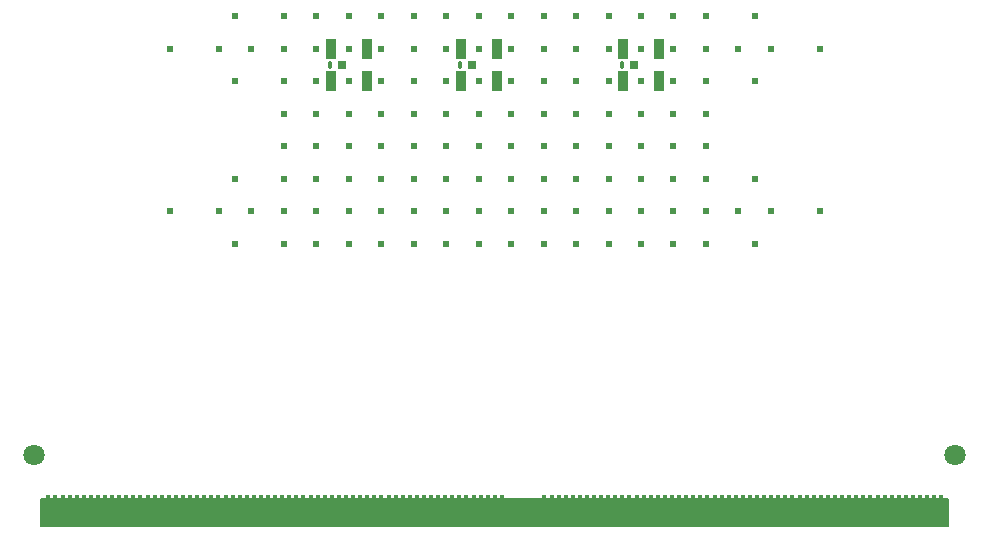
<source format=gbr>
G04 #@! TF.GenerationSoftware,KiCad,Pcbnew,6.0.11-2627ca5db0~126~ubuntu22.04.1*
G04 #@! TF.CreationDate,2023-05-08T08:47:40+02:00*
G04 #@! TF.ProjectId,DIMMCartridge_heaters,44494d4d-4361-4727-9472-696467655f68,rev?*
G04 #@! TF.SameCoordinates,Original*
G04 #@! TF.FileFunction,Soldermask,Bot*
G04 #@! TF.FilePolarity,Negative*
%FSLAX46Y46*%
G04 Gerber Fmt 4.6, Leading zero omitted, Abs format (unit mm)*
G04 Created by KiCad (PCBNEW 6.0.11-2627ca5db0~126~ubuntu22.04.1) date 2023-05-08 08:47:40*
%MOMM*%
%LPD*%
G01*
G04 APERTURE LIST*
G04 Aperture macros list*
%AMRoundRect*
0 Rectangle with rounded corners*
0 $1 Rounding radius*
0 $2 $3 $4 $5 $6 $7 $8 $9 X,Y pos of 4 corners*
0 Add a 4 corners polygon primitive as box body*
4,1,4,$2,$3,$4,$5,$6,$7,$8,$9,$2,$3,0*
0 Add four circle primitives for the rounded corners*
1,1,$1+$1,$2,$3*
1,1,$1+$1,$4,$5*
1,1,$1+$1,$6,$7*
1,1,$1+$1,$8,$9*
0 Add four rect primitives between the rounded corners*
20,1,$1+$1,$2,$3,$4,$5,0*
20,1,$1+$1,$4,$5,$6,$7,0*
20,1,$1+$1,$6,$7,$8,$9,0*
20,1,$1+$1,$8,$9,$2,$3,0*%
G04 Aperture macros list end*
%ADD10C,0.150000*%
%ADD11RoundRect,0.040000X-0.360000X-0.835000X0.360000X-0.835000X0.360000X0.835000X-0.360000X0.835000X0*%
%ADD12RoundRect,0.040000X0.360000X0.835000X-0.360000X0.835000X-0.360000X-0.835000X0.360000X-0.835000X0*%
%ADD13C,0.604800*%
%ADD14C,1.800000*%
%ADD15R,0.400000X2.300000*%
%ADD16RoundRect,0.030000X0.120000X0.290000X-0.120000X0.290000X-0.120000X-0.290000X0.120000X-0.290000X0*%
%ADD17RoundRect,0.064000X0.286000X0.256000X-0.286000X0.256000X-0.286000X-0.256000X0.286000X-0.256000X0*%
G04 APERTURE END LIST*
G36*
X138400000Y-133040000D02*
G01*
X61600000Y-133040000D01*
X61600000Y-130740000D01*
X138400000Y-130740000D01*
X138400000Y-133040000D01*
G37*
D10*
X138400000Y-133040000D02*
X61600000Y-133040000D01*
X61600000Y-130740000D01*
X138400000Y-130740000D01*
X138400000Y-133040000D01*
D11*
X86095000Y-92625000D03*
X89155000Y-92625000D03*
X86095000Y-95375000D03*
X89155000Y-95375000D03*
D12*
X100155000Y-92625000D03*
X97095000Y-92625000D03*
X100155000Y-95375000D03*
X97095000Y-95375000D03*
X113905000Y-92625000D03*
X110845000Y-92625000D03*
X113905000Y-95375000D03*
X110845000Y-95375000D03*
D13*
X82125000Y-106375000D03*
X117875000Y-89875000D03*
X82125000Y-109125000D03*
X76625000Y-92625000D03*
X76625000Y-106375000D03*
X123375000Y-92625000D03*
X123375000Y-106375000D03*
X82125000Y-95375000D03*
X82125000Y-98125000D03*
X82125000Y-100875000D03*
X82125000Y-103625000D03*
X117875000Y-95375000D03*
X117875000Y-98125000D03*
X117875000Y-100875000D03*
X117875000Y-103625000D03*
X104125000Y-89875000D03*
X104125000Y-109125000D03*
X106875000Y-89875000D03*
X106875000Y-109125000D03*
X109625000Y-89875000D03*
X109625000Y-109125000D03*
X112375000Y-89875000D03*
X112375000Y-109125000D03*
X115125000Y-89875000D03*
X115125000Y-109125000D03*
X84875000Y-89875000D03*
X84875000Y-109125000D03*
X87625000Y-89875000D03*
X87625000Y-109125000D03*
X90375000Y-89875000D03*
X90375000Y-109125000D03*
X93125000Y-89875000D03*
X93125000Y-109125000D03*
X95875000Y-89875000D03*
X95875000Y-109125000D03*
X98625000Y-89875000D03*
X98625000Y-109125000D03*
X101375000Y-89875000D03*
X101375000Y-109125000D03*
X82125000Y-89875000D03*
X117875000Y-109125000D03*
X72500000Y-92625000D03*
X72500000Y-106375000D03*
X127500000Y-92625000D03*
X127500000Y-106375000D03*
X104125000Y-92625000D03*
X104125000Y-95375000D03*
X104125000Y-98125000D03*
X104125000Y-100875000D03*
X104125000Y-103625000D03*
X104125000Y-106375000D03*
X106875000Y-92625000D03*
X106875000Y-95375000D03*
X106875000Y-98125000D03*
X106875000Y-100875000D03*
X106875000Y-103625000D03*
X106875000Y-106375000D03*
X109625000Y-92625000D03*
X109625000Y-95375000D03*
X109625000Y-98125000D03*
X109625000Y-100875000D03*
X109625000Y-103625000D03*
X109625000Y-106375000D03*
X112375000Y-98125000D03*
X112375000Y-100875000D03*
X112375000Y-103625000D03*
X112375000Y-106375000D03*
X115125000Y-92625000D03*
X115125000Y-95375000D03*
X115125000Y-98125000D03*
X115125000Y-100875000D03*
X115125000Y-103625000D03*
X115125000Y-106375000D03*
X117875000Y-92625000D03*
X117875000Y-106375000D03*
X82125000Y-92625000D03*
X84875000Y-92625000D03*
X84875000Y-95375000D03*
X84875000Y-98125000D03*
X84875000Y-100875000D03*
X84875000Y-103625000D03*
X84875000Y-106375000D03*
X87625000Y-98125000D03*
X87625000Y-100875000D03*
X87625000Y-103625000D03*
X87625000Y-106375000D03*
X90375000Y-92625000D03*
X90375000Y-95375000D03*
X90375000Y-98125000D03*
X90375000Y-100875000D03*
X90375000Y-103625000D03*
X90375000Y-106375000D03*
X93125000Y-92625000D03*
X93125000Y-95375000D03*
X93125000Y-98125000D03*
X93125000Y-100875000D03*
X93125000Y-103625000D03*
X93125000Y-106375000D03*
X95875000Y-92625000D03*
X95875000Y-95375000D03*
X95875000Y-98125000D03*
X95875000Y-100875000D03*
X95875000Y-103625000D03*
X95875000Y-106375000D03*
X98625000Y-98125000D03*
X98625000Y-100875000D03*
X98625000Y-103625000D03*
X98625000Y-106375000D03*
X101375000Y-92625000D03*
X101375000Y-95375000D03*
X101375000Y-98125000D03*
X101375000Y-100875000D03*
X101375000Y-103625000D03*
X101375000Y-106375000D03*
X79375000Y-92625000D03*
X78000000Y-89875000D03*
X78000000Y-95375000D03*
X78000000Y-109125000D03*
X122000000Y-103625000D03*
X78000000Y-103625000D03*
X79375000Y-106375000D03*
X120625000Y-92625000D03*
X122000000Y-89875000D03*
X122000000Y-109125000D03*
X120625000Y-106375000D03*
X122000000Y-95375000D03*
D14*
X139000000Y-127040000D03*
X61000000Y-127040000D03*
D15*
X137800000Y-131490000D03*
X137200000Y-131490000D03*
X136600000Y-131490000D03*
X136000000Y-131490000D03*
X135400000Y-131490000D03*
X134800000Y-131490000D03*
X134200000Y-131490000D03*
X133600000Y-131490000D03*
X133000000Y-131490000D03*
X132400000Y-131490000D03*
X131800000Y-131490000D03*
X131200000Y-131490000D03*
X130600000Y-131490000D03*
X130000000Y-131490000D03*
X129400000Y-131490000D03*
X128800000Y-131490000D03*
X128200000Y-131490000D03*
X127600000Y-131490000D03*
X127000000Y-131490000D03*
X126400000Y-131490000D03*
X125800000Y-131490000D03*
X125200000Y-131490000D03*
X124600000Y-131490000D03*
X124000000Y-131490000D03*
X123400000Y-131490000D03*
X122800000Y-131490000D03*
X122200000Y-131490000D03*
X121600000Y-131490000D03*
X121000000Y-131490000D03*
X120400000Y-131490000D03*
X119800000Y-131490000D03*
X119200000Y-131490000D03*
X118600000Y-131490000D03*
X118000000Y-131490000D03*
X117400000Y-131490000D03*
X116800000Y-131490000D03*
X116200000Y-131490000D03*
X115600000Y-131490000D03*
X115000000Y-131490000D03*
X114400000Y-131490000D03*
X113800000Y-131490000D03*
X113200000Y-131490000D03*
X112600000Y-131490000D03*
X112000000Y-131490000D03*
X111400000Y-131490000D03*
X110800000Y-131490000D03*
X110200000Y-131490000D03*
X109600000Y-131490000D03*
X109000000Y-131490000D03*
X108400000Y-131490000D03*
X107800000Y-131490000D03*
X107200000Y-131490000D03*
X106600000Y-131490000D03*
X106000000Y-131490000D03*
X105400000Y-131490000D03*
X104800000Y-131490000D03*
X104200000Y-131490000D03*
X100600000Y-131490000D03*
X100000000Y-131490000D03*
X99400000Y-131490000D03*
X98800000Y-131490000D03*
X98200000Y-131490000D03*
X97600000Y-131490000D03*
X97000000Y-131490000D03*
X96400000Y-131490000D03*
X95800000Y-131490000D03*
X95200000Y-131490000D03*
X94600000Y-131490000D03*
X94000000Y-131490000D03*
X93400000Y-131490000D03*
X92800000Y-131490000D03*
X92200000Y-131490000D03*
X91600000Y-131490000D03*
X91000000Y-131490000D03*
X90400000Y-131490000D03*
X89800000Y-131490000D03*
X89200000Y-131490000D03*
X88600000Y-131490000D03*
X88000000Y-131490000D03*
X87400000Y-131490000D03*
X86800000Y-131490000D03*
X86200000Y-131490000D03*
X85600000Y-131490000D03*
X85000000Y-131490000D03*
X84400000Y-131490000D03*
X83800000Y-131490000D03*
X83200000Y-131490000D03*
X82600000Y-131490000D03*
X82000000Y-131490000D03*
X81400000Y-131490000D03*
X80800000Y-131490000D03*
X80200000Y-131490000D03*
X79600000Y-131490000D03*
X79000000Y-131490000D03*
X78400000Y-131490000D03*
X77800000Y-131490000D03*
X77200000Y-131490000D03*
X76600000Y-131490000D03*
X76000000Y-131490000D03*
X75400000Y-131490000D03*
X74800000Y-131490000D03*
X74200000Y-131490000D03*
X73600000Y-131490000D03*
X73000000Y-131490000D03*
X72400000Y-131490000D03*
X71800000Y-131490000D03*
X71200000Y-131490000D03*
X70600000Y-131490000D03*
X70000000Y-131490000D03*
X69400000Y-131490000D03*
X68800000Y-131490000D03*
X68200000Y-131490000D03*
X67600000Y-131490000D03*
X67000000Y-131490000D03*
X66400000Y-131490000D03*
X65800000Y-131490000D03*
X65200000Y-131490000D03*
X64600000Y-131490000D03*
X64000000Y-131490000D03*
X63400000Y-131490000D03*
X62800000Y-131490000D03*
X62200000Y-131490000D03*
D13*
X87625000Y-92625000D03*
X87625000Y-95375000D03*
X112375000Y-92625000D03*
X112375000Y-95375000D03*
X98625000Y-92625000D03*
X98625000Y-95375000D03*
D16*
X86025000Y-94000000D03*
D17*
X87075000Y-94000000D03*
D16*
X110775000Y-94000000D03*
D17*
X111825000Y-94000000D03*
D16*
X97025000Y-94000000D03*
D17*
X98075000Y-94000000D03*
M02*

</source>
